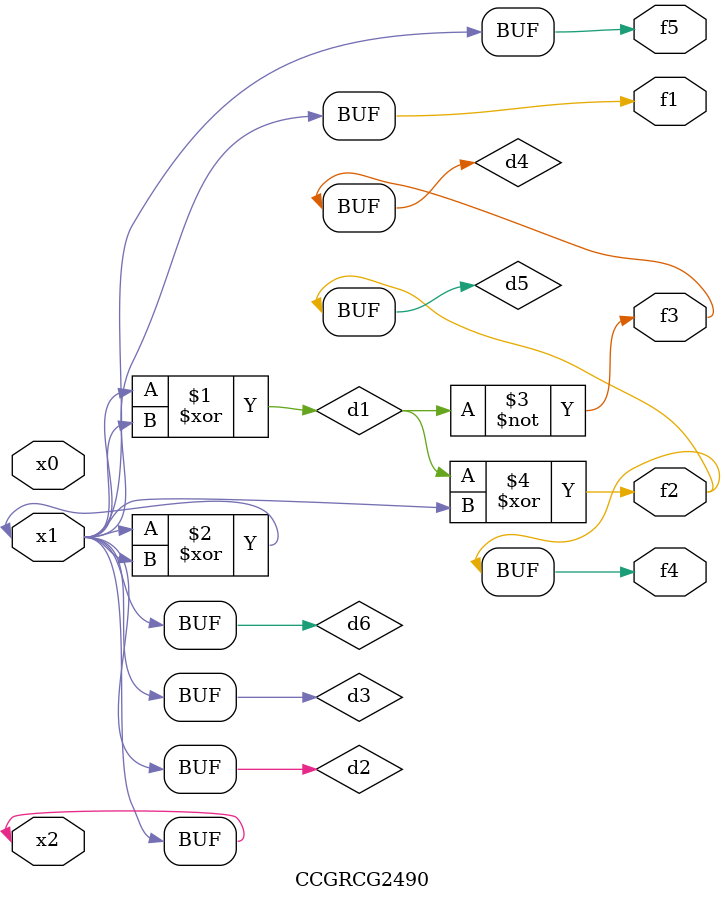
<source format=v>
module CCGRCG2490(
	input x0, x1, x2,
	output f1, f2, f3, f4, f5
);

	wire d1, d2, d3, d4, d5, d6;

	xor (d1, x1, x2);
	buf (d2, x1, x2);
	xor (d3, x1, x2);
	nor (d4, d1);
	xor (d5, d1, d2);
	buf (d6, d2, d3);
	assign f1 = d6;
	assign f2 = d5;
	assign f3 = d4;
	assign f4 = d5;
	assign f5 = d6;
endmodule

</source>
